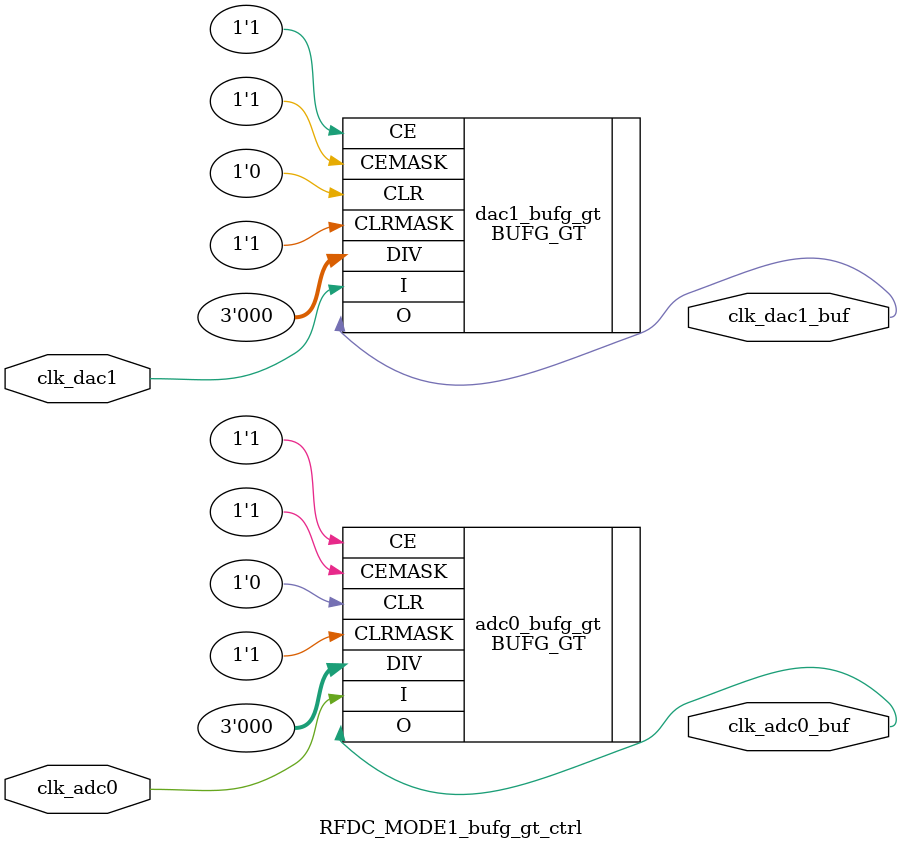
<source format=v>

`timescale 1ns / 1ps

(* DowngradeIPIdentifiedWarnings="yes" *)
module RFDC_MODE1_bufg_gt_ctrl (
  // DAC Fabric Feedback Clock for Tile 1
  input    clk_dac1,
  output   clk_dac1_buf,
      
  // ADC Fabric Feedback Clock for Tile 0
  input    clk_adc0,
  
  output   clk_adc0_buf
    
);

  BUFG_GT dac1_bufg_gt
  (
    .I       (clk_dac1),
    .CE      (1'b1),
    .CEMASK  (1'b1),
    .CLR     (1'b0),
    .CLRMASK (1'b1),
    .DIV     (3'b000),
    .O       (clk_dac1_buf)
  );  

 
  BUFG_GT adc0_bufg_gt
  (
    .I       (clk_adc0),
    .CE      (1'b1),
    .CEMASK  (1'b1),
    .CLR     (1'b0),
    .CLRMASK (1'b1),
    .DIV     (3'b000),
    .O       (clk_adc0_buf)
  );  

endmodule

</source>
